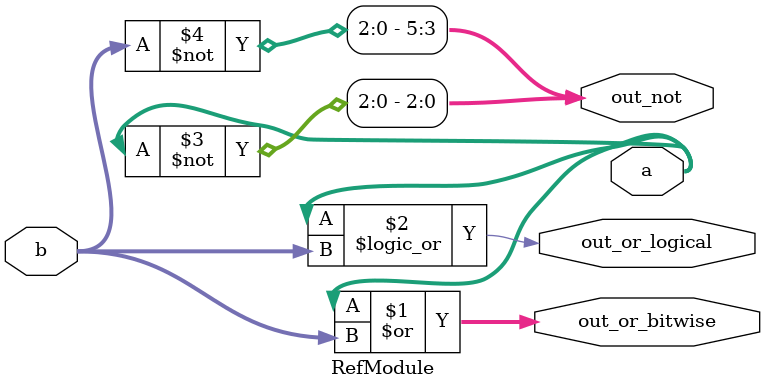
<source format=sv>

module RefModule (
  output [2:0] a,
  input [2:0] b,
  output [2:0] out_or_bitwise,
  output out_or_logical,
  output [5:0] out_not
);

  assign out_or_bitwise = a | b;
  assign out_or_logical = a || b;
  assign out_not = {~b,~a};

endmodule


</source>
